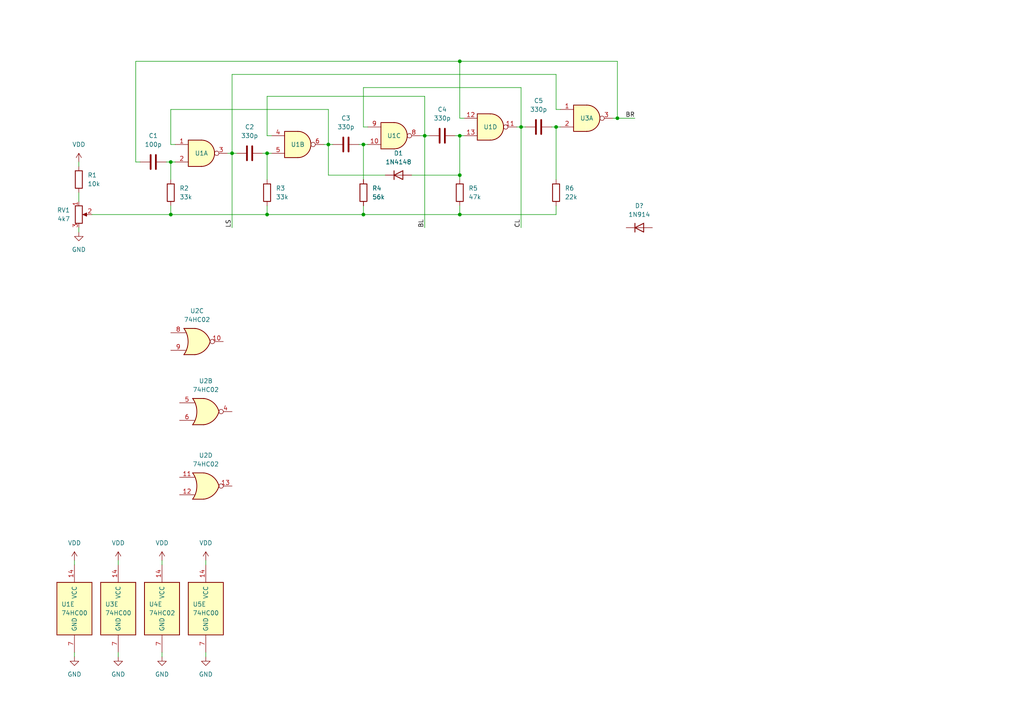
<source format=kicad_sch>
(kicad_sch (version 20211123) (generator eeschema)
  (paper "A4")
  (title_block (title "Video Ball") (rev "V1"))
  (lib_symbols
    (symbol "74xx:74HC00" (pin_names (offset 1.016))
      (property "Reference" "U" (at 0 1.27 0))
      (property "Value" "74HC00" (at 0 -1.27 0))
      (symbol "74HC00_1_1"
        (arc (start 0 -3.81) (mid 3.81 0) (end 0 3.81) (stroke (width 0.254)) (fill (type background)))
        (polyline (pts (xy 0 3.81) (xy -3.81 3.81) (xy -3.81 -3.81) (xy 0 -3.81)) (stroke (width 0.254)) (fill (type background)))
        (pin input line (at -7.62 2.54 0) (length 3.81) (name "~") (number "1"))
        (pin input line (at -7.62 -2.54 0) (length 3.81) (name "~") (number "2"))
        (pin output inverted (at 7.62 0 180) (length 3.81) (name "~") (number "3"))
      )
      (symbol "74HC00_1_2"
        (arc (start -3.81 -3.81) (mid -2.589 0) (end -3.81 3.81) (stroke (width 0.254)))
        (arc (start -0.6096 -3.81) (mid 2.1842 -2.5851) (end 3.81 0) (stroke (width 0.254)) (fill (type background)))
        (polyline (pts (xy -3.81 -3.81) (xy -0.635 -3.81)) (stroke (width 0.254)) (fill (type background)))
        (polyline (pts (xy -3.81 3.81) (xy -0.635 3.81)) (stroke (width 0.254)) (fill (type background)))
        (polyline (pts (xy -0.635 3.81) (xy -3.81 3.81) (xy -3.81 3.81) (xy -3.556 3.4036) (xy -3.0226 2.2606) (xy -2.6924 1.0414) (xy -2.6162 -0.254) (xy -2.7686 -1.4986) (xy -3.175 -2.7178) (xy -3.81 -3.81) (xy -3.81 -3.81) (xy -0.635 -3.81)) (stroke (width -25.4)) (fill (type background)))
        (arc (start 3.81 0) (mid 2.1915 2.5936) (end -0.6096 3.81) (stroke (width 0.254)) (fill (type background)))
        (pin input inverted (at -7.62 2.54 0) (length 4.318) (name "~") (number "1"))
        (pin input inverted (at -7.62 -2.54 0) (length 4.318) (name "~") (number "2"))
        (pin output line (at 7.62 0 180) (length 3.81) (name "~") (number "3"))
      )
      (symbol "74HC00_2_1"
        (arc (start 0 -3.81) (mid 3.81 0) (end 0 3.81) (stroke (width 0.254)) (fill (type background)))
        (polyline (pts (xy 0 3.81) (xy -3.81 3.81) (xy -3.81 -3.81) (xy 0 -3.81)) (stroke (width 0.254)) (fill (type background)))
        (pin input line (at -7.62 2.54 0) (length 3.81) (name "~") (number "4"))
        (pin input line (at -7.62 -2.54 0) (length 3.81) (name "~") (number "5"))
        (pin output inverted (at 7.62 0 180) (length 3.81) (name "~") (number "6"))
      )
      (symbol "74HC00_2_2"
        (arc (start -3.81 -3.81) (mid -2.589 0) (end -3.81 3.81) (stroke (width 0.254)))
        (arc (start -0.6096 -3.81) (mid 2.1842 -2.5851) (end 3.81 0) (stroke (width 0.254)) (fill (type background)))
        (polyline (pts (xy -3.81 -3.81) (xy -0.635 -3.81)) (stroke (width 0.254)) (fill (type background)))
        (polyline (pts (xy -3.81 3.81) (xy -0.635 3.81)) (stroke (width 0.254)) (fill (type background)))
        (polyline (pts (xy -0.635 3.81) (xy -3.81 3.81) (xy -3.81 3.81) (xy -3.556 3.4036) (xy -3.0226 2.2606) (xy -2.6924 1.0414) (xy -2.6162 -0.254) (xy -2.7686 -1.4986) (xy -3.175 -2.7178) (xy -3.81 -3.81) (xy -3.81 -3.81) (xy -0.635 -3.81)) (stroke (width -25.4)) (fill (type background)))
        (arc (start 3.81 0) (mid 2.1915 2.5936) (end -0.6096 3.81) (stroke (width 0.254)) (fill (type background)))
        (pin input inverted (at -7.62 2.54 0) (length 4.318) (name "~") (number "4"))
        (pin input inverted (at -7.62 -2.54 0) (length 4.318) (name "~") (number "5"))
        (pin output line (at 7.62 0 180) (length 3.81) (name "~") (number "6"))
      )
      (symbol "74HC00_3_1"
        (arc (start 0 -3.81) (mid 3.81 0) (end 0 3.81) (stroke (width 0.254)) (fill (type background)))
        (polyline (pts (xy 0 3.81) (xy -3.81 3.81) (xy -3.81 -3.81) (xy 0 -3.81)) (stroke (width 0.254)) (fill (type background)))
        (pin input line (at -7.62 -2.54 0) (length 3.81) (name "~") (number "10"))
        (pin output inverted (at 7.62 0 180) (length 3.81) (name "~") (number "8"))
        (pin input line (at -7.62 2.54 0) (length 3.81) (name "~") (number "9"))
      )
      (symbol "74HC00_3_2"
        (arc (start -3.81 -3.81) (mid -2.589 0) (end -3.81 3.81) (stroke (width 0.254)))
        (arc (start -0.6096 -3.81) (mid 2.1842 -2.5851) (end 3.81 0) (stroke (width 0.254)) (fill (type background)))
        (polyline (pts (xy -3.81 -3.81) (xy -0.635 -3.81)) (stroke (width 0.254)) (fill (type background)))
        (polyline (pts (xy -3.81 3.81) (xy -0.635 3.81)) (stroke (width 0.254)) (fill (type background)))
        (polyline (pts (xy -0.635 3.81) (xy -3.81 3.81) (xy -3.81 3.81) (xy -3.556 3.4036) (xy -3.0226 2.2606) (xy -2.6924 1.0414) (xy -2.6162 -0.254) (xy -2.7686 -1.4986) (xy -3.175 -2.7178) (xy -3.81 -3.81) (xy -3.81 -3.81) (xy -0.635 -3.81)) (stroke (width -25.4)) (fill (type background)))
        (arc (start 3.81 0) (mid 2.1915 2.5936) (end -0.6096 3.81) (stroke (width 0.254)) (fill (type background)))
        (pin input inverted (at -7.62 -2.54 0) (length 4.318) (name "~") (number "10"))
        (pin output line (at 7.62 0 180) (length 3.81) (name "~") (number "8"))
        (pin input inverted (at -7.62 2.54 0) (length 4.318) (name "~") (number "9"))
      )
      (symbol "74HC00_4_1"
        (arc (start 0 -3.81) (mid 3.81 0) (end 0 3.81) (stroke (width 0.254)) (fill (type background)))
        (polyline (pts (xy 0 3.81) (xy -3.81 3.81) (xy -3.81 -3.81) (xy 0 -3.81)) (stroke (width 0.254)) (fill (type background)))
        (pin output inverted (at 7.62 0 180) (length 3.81) (name "~") (number "11"))
        (pin input line (at -7.62 2.54 0) (length 3.81) (name "~") (number "12"))
        (pin input line (at -7.62 -2.54 0) (length 3.81) (name "~") (number "13"))
      )
      (symbol "74HC00_4_2"
        (arc (start -3.81 -3.81) (mid -2.589 0) (end -3.81 3.81) (stroke (width 0.254)))
        (arc (start -0.6096 -3.81) (mid 2.1842 -2.5851) (end 3.81 0) (stroke (width 0.254)) (fill (type background)))
        (polyline (pts (xy -3.81 -3.81) (xy -0.635 -3.81)) (stroke (width 0.254)) (fill (type background)))
        (polyline (pts (xy -3.81 3.81) (xy -0.635 3.81)) (stroke (width 0.254)) (fill (type background)))
        (polyline (pts (xy -0.635 3.81) (xy -3.81 3.81) (xy -3.81 3.81) (xy -3.556 3.4036) (xy -3.0226 2.2606) (xy -2.6924 1.0414) (xy -2.6162 -0.254) (xy -2.7686 -1.4986) (xy -3.175 -2.7178) (xy -3.81 -3.81) (xy -3.81 -3.81) (xy -0.635 -3.81)) (stroke (width -25.4)) (fill (type background)))
        (arc (start 3.81 0) (mid 2.1915 2.5936) (end -0.6096 3.81) (stroke (width 0.254)) (fill (type background)))
        (pin output line (at 7.62 0 180) (length 3.81) (name "~") (number "11"))
        (pin input inverted (at -7.62 2.54 0) (length 4.318) (name "~") (number "12"))
        (pin input inverted (at -7.62 -2.54 0) (length 4.318) (name "~") (number "13"))
      )
      (symbol "74HC00_5_0"
        (pin power_in line (at 0 12.7 270) (length 5.08) (name "VCC") (number "14"))
        (pin power_in line (at 0 -12.7 90) (length 5.08) (name "GND") (number "7"))
      )
      (symbol "74HC00_5_1"
        (rectangle (start -5.08 7.62) (end 5.08 -7.62) (stroke (width 0.254)) (fill (type background)))
      )
    )
    (symbol "74xx:74HC02" (pin_names (offset 1.016))
      (property "Reference" "U" (at 0 1.27 0))
      (property "Value" "74HC02" (at 0 -1.27 0))
      (symbol "74HC02_1_1"
        (arc (start -3.81 -3.81) (mid -2.589 0) (end -3.81 3.81) (stroke (width 0.254)))
        (arc (start -0.6096 -3.81) (mid 2.1842 -2.5851) (end 3.81 0) (stroke (width 0.254)) (fill (type background)))
        (polyline (pts (xy -3.81 -3.81) (xy -0.635 -3.81)) (stroke (width 0.254)) (fill (type background)))
        (polyline (pts (xy -3.81 3.81) (xy -0.635 3.81)) (stroke (width 0.254)) (fill (type background)))
        (polyline (pts (xy -0.635 3.81) (xy -3.81 3.81) (xy -3.81 3.81) (xy -3.556 3.4036) (xy -3.0226 2.2606) (xy -2.6924 1.0414) (xy -2.6162 -0.254) (xy -2.7686 -1.4986) (xy -3.175 -2.7178) (xy -3.81 -3.81) (xy -3.81 -3.81) (xy -0.635 -3.81)) (stroke (width -25.4)) (fill (type background)))
        (arc (start 3.81 0) (mid 2.1915 2.5936) (end -0.6096 3.81) (stroke (width 0.254)) (fill (type background)))
        (pin output inverted (at 7.62 0 180) (length 3.81) (name "~") (number "1"))
        (pin input line (at -7.62 2.54 0) (length 4.318) (name "~") (number "2"))
        (pin input line (at -7.62 -2.54 0) (length 4.318) (name "~") (number "3"))
      )
      (symbol "74HC02_1_2"
        (arc (start 0 -3.81) (mid 3.81 0) (end 0 3.81) (stroke (width 0.254)) (fill (type background)))
        (polyline (pts (xy 0 3.81) (xy -3.81 3.81) (xy -3.81 -3.81) (xy 0 -3.81)) (stroke (width 0.254)) (fill (type background)))
        (pin output line (at 7.62 0 180) (length 3.81) (name "~") (number "1"))
        (pin input inverted (at -7.62 2.54 0) (length 3.81) (name "~") (number "2"))
        (pin input inverted (at -7.62 -2.54 0) (length 3.81) (name "~") (number "3"))
      )
      (symbol "74HC02_2_1"
        (arc (start -3.81 -3.81) (mid -2.589 0) (end -3.81 3.81) (stroke (width 0.254)))
        (arc (start -0.6096 -3.81) (mid 2.1842 -2.5851) (end 3.81 0) (stroke (width 0.254)) (fill (type background)))
        (polyline (pts (xy -3.81 -3.81) (xy -0.635 -3.81)) (stroke (width 0.254)) (fill (type background)))
        (polyline (pts (xy -3.81 3.81) (xy -0.635 3.81)) (stroke (width 0.254)) (fill (type background)))
        (polyline (pts (xy -0.635 3.81) (xy -3.81 3.81) (xy -3.81 3.81) (xy -3.556 3.4036) (xy -3.0226 2.2606) (xy -2.6924 1.0414) (xy -2.6162 -0.254) (xy -2.7686 -1.4986) (xy -3.175 -2.7178) (xy -3.81 -3.81) (xy -3.81 -3.81) (xy -0.635 -3.81)) (stroke (width -25.4)) (fill (type background)))
        (arc (start 3.81 0) (mid 2.1915 2.5936) (end -0.6096 3.81) (stroke (width 0.254)) (fill (type background)))
        (pin output inverted (at 7.62 0 180) (length 3.81) (name "~") (number "4"))
        (pin input line (at -7.62 2.54 0) (length 4.318) (name "~") (number "5"))
        (pin input line (at -7.62 -2.54 0) (length 4.318) (name "~") (number "6"))
      )
      (symbol "74HC02_2_2"
        (arc (start 0 -3.81) (mid 3.81 0) (end 0 3.81) (stroke (width 0.254)) (fill (type background)))
        (polyline (pts (xy 0 3.81) (xy -3.81 3.81) (xy -3.81 -3.81) (xy 0 -3.81)) (stroke (width 0.254)) (fill (type background)))
        (pin output line (at 7.62 0 180) (length 3.81) (name "~") (number "4"))
        (pin input inverted (at -7.62 2.54 0) (length 3.81) (name "~") (number "5"))
        (pin input inverted (at -7.62 -2.54 0) (length 3.81) (name "~") (number "6"))
      )
      (symbol "74HC02_3_1"
        (arc (start -3.81 -3.81) (mid -2.589 0) (end -3.81 3.81) (stroke (width 0.254)))
        (arc (start -0.6096 -3.81) (mid 2.1842 -2.5851) (end 3.81 0) (stroke (width 0.254)) (fill (type background)))
        (polyline (pts (xy -3.81 -3.81) (xy -0.635 -3.81)) (stroke (width 0.254)) (fill (type background)))
        (polyline (pts (xy -3.81 3.81) (xy -0.635 3.81)) (stroke (width 0.254)) (fill (type background)))
        (polyline (pts (xy -0.635 3.81) (xy -3.81 3.81) (xy -3.81 3.81) (xy -3.556 3.4036) (xy -3.0226 2.2606) (xy -2.6924 1.0414) (xy -2.6162 -0.254) (xy -2.7686 -1.4986) (xy -3.175 -2.7178) (xy -3.81 -3.81) (xy -3.81 -3.81) (xy -0.635 -3.81)) (stroke (width -25.4)) (fill (type background)))
        (arc (start 3.81 0) (mid 2.1915 2.5936) (end -0.6096 3.81) (stroke (width 0.254)) (fill (type background)))
        (pin output inverted (at 7.62 0 180) (length 3.81) (name "~") (number "10"))
        (pin input line (at -7.62 2.54 0) (length 4.318) (name "~") (number "8"))
        (pin input line (at -7.62 -2.54 0) (length 4.318) (name "~") (number "9"))
      )
      (symbol "74HC02_3_2"
        (arc (start 0 -3.81) (mid 3.81 0) (end 0 3.81) (stroke (width 0.254)) (fill (type background)))
        (polyline (pts (xy 0 3.81) (xy -3.81 3.81) (xy -3.81 -3.81) (xy 0 -3.81)) (stroke (width 0.254)) (fill (type background)))
        (pin output line (at 7.62 0 180) (length 3.81) (name "~") (number "10"))
        (pin input inverted (at -7.62 2.54 0) (length 3.81) (name "~") (number "8"))
        (pin input inverted (at -7.62 -2.54 0) (length 3.81) (name "~") (number "9"))
      )
      (symbol "74HC02_4_1"
        (arc (start -3.81 -3.81) (mid -2.589 0) (end -3.81 3.81) (stroke (width 0.254)))
        (arc (start -0.6096 -3.81) (mid 2.1842 -2.5851) (end 3.81 0) (stroke (width 0.254)) (fill (type background)))
        (polyline (pts (xy -3.81 -3.81) (xy -0.635 -3.81)) (stroke (width 0.254)) (fill (type background)))
        (polyline (pts (xy -3.81 3.81) (xy -0.635 3.81)) (stroke (width 0.254)) (fill (type background)))
        (polyline (pts (xy -0.635 3.81) (xy -3.81 3.81) (xy -3.81 3.81) (xy -3.556 3.4036) (xy -3.0226 2.2606) (xy -2.6924 1.0414) (xy -2.6162 -0.254) (xy -2.7686 -1.4986) (xy -3.175 -2.7178) (xy -3.81 -3.81) (xy -3.81 -3.81) (xy -0.635 -3.81)) (stroke (width -25.4)) (fill (type background)))
        (arc (start 3.81 0) (mid 2.1915 2.5936) (end -0.6096 3.81) (stroke (width 0.254)) (fill (type background)))
        (pin input line (at -7.62 2.54 0) (length 4.318) (name "~") (number "11"))
        (pin input line (at -7.62 -2.54 0) (length 4.318) (name "~") (number "12"))
        (pin output inverted (at 7.62 0 180) (length 3.81) (name "~") (number "13"))
      )
      (symbol "74HC02_4_2"
        (arc (start 0 -3.81) (mid 3.81 0) (end 0 3.81) (stroke (width 0.254)) (fill (type background)))
        (polyline (pts (xy 0 3.81) (xy -3.81 3.81) (xy -3.81 -3.81) (xy 0 -3.81)) (stroke (width 0.254)) (fill (type background)))
        (pin input inverted (at -7.62 2.54 0) (length 3.81) (name "~") (number "11"))
        (pin input inverted (at -7.62 -2.54 0) (length 3.81) (name "~") (number "12"))
        (pin output line (at 7.62 0 180) (length 3.81) (name "~") (number "13"))
      )
      (symbol "74HC02_5_0"
        (pin power_in line (at 0 12.7 270) (length 5.08) (name "VCC") (number "14"))
        (pin power_in line (at 0 -12.7 90) (length 5.08) (name "GND") (number "7"))
      )
      (symbol "74HC02_5_1"
        (rectangle (start -5.08 7.62) (end 5.08 -7.62) (stroke (width 0.254)) (fill (type background)))
      )
    )
    (symbol "Device:C" (pin_numbers hide) (pin_names (offset 0.254))
      (property "Reference" "C" (at 0.635 2.54 0))
      (property "Value" "C" (at 0.635 -2.54 0))
      (symbol "C_0_1"
        (polyline (pts (xy -2.032 -0.762) (xy 2.032 -0.762)) (stroke (width 0.508)))
        (polyline (pts (xy -2.032 0.762) (xy 2.032 0.762)) (stroke (width 0.508)))
      )
      (symbol "C_1_1"
        (pin passive line (at 0 3.81 270) (length 2.794) (name "~") (number "1"))
        (pin passive line (at 0 -3.81 90) (length 2.794) (name "~") (number "2"))
      )
    )
    (symbol "Device:Q_NPN_BCE" (pin_names (offset 0) hide)
      (property "Reference" "Q" (at 5.08 1.27 0))
      (property "Value" "Q_NPN_BCE" (at 5.08 -1.27 0))
      (symbol "Q_NPN_BCE_0_1"
        (polyline (pts (xy 0.635 0.635) (xy 2.54 2.54)))
        (polyline (pts (xy 0.635 -0.635) (xy 2.54 -2.54) (xy 2.54 -2.54)))
        (polyline (pts (xy 0.635 1.905) (xy 0.635 -1.905) (xy 0.635 -1.905)) (stroke (width 0.508)))
        (polyline (pts (xy 1.27 -1.778) (xy 1.778 -1.27) (xy 2.286 -2.286) (xy 1.27 -1.778) (xy 1.27 -1.778)) (fill (type outline)))
        (circle (center 1.27 0) (radius 2.8194) (stroke (width 0.254)))
      )
      (symbol "Q_NPN_BCE_1_1"
        (pin input line (at -5.08 0 0) (length 5.715) (name "B") (number "1"))
        (pin passive line (at 2.54 5.08 270) (length 2.54) (name "C") (number "2"))
        (pin passive line (at 2.54 -5.08 90) (length 2.54) (name "E") (number "3"))
      )
    )
    (symbol "Device:R" (pin_numbers hide) (pin_names (offset 0))
      (property "Reference" "R" (at 2.032 0 90))
      (property "Value" "R" (at 0 0 90))
      (symbol "R_0_1"
        (rectangle (start -1.016 -2.54) (end 1.016 2.54) (stroke (width 0.254)))
      )
      (symbol "R_1_1"
        (pin passive line (at 0 3.81 270) (length 1.27) (name "~") (number "1"))
        (pin passive line (at 0 -3.81 90) (length 1.27) (name "~") (number "2"))
      )
    )
    (symbol "Device:R_Potentiometer" (pin_names (offset 1.016) hide)
      (property "Reference" "RV" (at -4.445 0 90))
      (property "Value" "R_Potentiometer" (at -2.54 0 90))
      (symbol "R_Potentiometer_0_1"
        (polyline (pts (xy 2.54 0) (xy 1.524 0)))
        (polyline (pts (xy 1.143 0) (xy 2.286 0.508) (xy 2.286 -0.508) (xy 1.143 0)) (fill (type outline)))
        (rectangle (start 1.016 2.54) (end -1.016 -2.54) (stroke (width 0.254)))
      )
      (symbol "R_Potentiometer_1_1"
        (pin passive line (at 0 3.81 270) (length 1.27) (name "1") (number "1"))
        (pin passive line (at 3.81 0 180) (length 1.27) (name "2") (number "2"))
        (pin passive line (at 0 -3.81 90) (length 1.27) (name "3") (number "3"))
      )
    )
    (symbol "Diode:1N4148" (pin_numbers hide) (pin_names (offset 1.016) hide)
      (property "Reference" "D" (at 0 2.54 0))
      (property "Value" "1N4148" (at 0 -2.54 0))
      (symbol "1N4148_0_1"
        (polyline (pts (xy -1.27 1.27) (xy -1.27 -1.27)) (stroke (width 0.254)))
        (polyline (pts (xy 1.27 0) (xy -1.27 0)))
        (polyline (pts (xy 1.27 1.27) (xy 1.27 -1.27) (xy -1.27 0) (xy 1.27 1.27)) (stroke (width 0.254)))
      )
      (symbol "1N4148_1_1"
        (pin passive line (at -3.81 0 0) (length 2.54) (name "K") (number "1"))
        (pin passive line (at 3.81 0 180) (length 2.54) (name "A") (number "2"))
      )
    )
    (symbol "Diode:1N914" (pin_numbers hide) (pin_names (offset 1.016) hide)
      (property "Reference" "D" (at 0 2.54 0))
      (property "Value" "1N914" (at 0 -2.54 0))
      (symbol "1N914_0_1"
        (polyline (pts (xy -1.27 1.27) (xy -1.27 -1.27)) (stroke (width 0.254)))
        (polyline (pts (xy 1.27 0) (xy -1.27 0)))
        (polyline (pts (xy 1.27 1.27) (xy 1.27 -1.27) (xy -1.27 0) (xy 1.27 1.27)) (stroke (width 0.254)))
      )
      (symbol "1N914_1_1"
        (pin passive line (at -3.81 0 0) (length 2.54) (name "K") (number "1"))
        (pin passive line (at 3.81 0 180) (length 2.54) (name "A") (number "2"))
      )
    )
    (symbol "power:GND" (power) (pin_names (offset 0))
      (property "Value" "GND" (at 0 -3.81 0))
      (symbol "GND_0_1"
        (polyline (pts (xy 0 0) (xy 0 -1.27) (xy 1.27 -1.27) (xy 0 -2.54) (xy -1.27 -1.27) (xy 0 -1.27)))
      )
      (symbol "GND_1_1"
        (pin power_in line (at 0 0 270) (length 0) hide (name "GND") (number "1"))
      )
    )
    (symbol "power:VDD" (power) (pin_names (offset 0))
      (property "Value" "VDD" (at 0 3.81 0))
      (symbol "VDD_0_1"
        (polyline (pts (xy -0.762 1.27) (xy 0 2.54)))
        (polyline (pts (xy 0 0) (xy 0 2.54)))
        (polyline (pts (xy 0 2.54) (xy 0.762 1.27)))
      )
      (symbol "VDD_1_1"
        (pin power_in line (at 0 0 90) (length 0) hide (name "VDD") (number "1"))
      )
    )
  )
  (junction (at 379.73 144.78))
  (junction (at 444.5 99.06))
  (junction (at 151.13 36.83))
  (junction (at 364.49 144.78))
  (junction (at 77.47 62.23))
  (junction (at 105.41 62.23))
  (junction (at 407.67 109.22))
  (junction (at 364.49 158.75))
  (junction (at 346.71 191.77))
  (junction (at 417.83 129.54))
  (junction (at 179.07 34.29))
  (junction (at 462.28 52.07))
  (junction (at 49.53 46.99))
  (junction (at 444.5 49.53))
  (junction (at 364.49 191.77))
  (junction (at 133.35 62.23))
  (junction (at 374.65 64.77))
  (junction (at 123.19 39.37))
  (junction (at 95.25 41.91))
  (junction (at 425.45 38.1))
  (junction (at 105.41 41.91))
  (junction (at 398.78 158.75))
  (junction (at 407.67 88.9))
  (junction (at 462.28 88.9))
  (junction (at 407.67 67.31))
  (junction (at 161.29 36.83))
  (junction (at 398.78 119.38))
  (junction (at 133.35 39.37))
  (junction (at 462.28 81.28))
  (junction (at 133.35 50.8))
  (junction (at 464.82 66.04))
  (junction (at 133.35 17.78))
  (junction (at 421.64 172.72))
  (junction (at 77.47 44.45))
  (junction (at 364.49 86.36))
  (junction (at 374.65 86.36))
  (junction (at 67.31 44.45))
  (junction (at 49.53 62.23))
  (junction (at 417.83 119.38))
  (junction (at 364.49 111.76))
  (wire (pts (xy 105.41 62.23) (xy 105.41 59.69)))
  (wire (pts (xy 421.64 181.61) (xy 421.64 182.88)))
  (wire (pts (xy 379.73 170.18) (xy 394.97 170.18)))
  (wire (pts (xy 397.51 147.32) (xy 400.05 147.32)))
  (wire (pts (xy 161.29 21.59) (xy 161.29 31.75)))
  (wire (pts (xy 421.64 172.72) (xy 444.5 172.72)))
  (wire (pts (xy 462.28 52.07) (xy 462.28 58.42)))
  (wire (pts (xy 444.5 78.74) (xy 444.5 76.2)))
  (wire (pts (xy 34.29 162.56) (xy 34.29 163.83)))
  (wire (pts (xy 407.67 107.95) (xy 407.67 109.22)))
  (wire (pts (xy 77.47 27.94) (xy 123.19 27.94)))
  (wire (pts (xy 133.35 62.23) (xy 161.29 62.23)))
  (wire (pts (xy 22.86 46.99) (xy 22.86 48.26)))
  (wire (pts (xy 379.73 144.78) (xy 382.27 144.78)))
  (wire (pts (xy 397.51 142.24) (xy 400.05 142.24)))
  (wire (pts (xy 414.02 38.1) (xy 415.29 38.1)))
  (wire (pts (xy 133.35 62.23) (xy 133.35 59.69)))
  (wire (pts (xy 410.21 172.72) (xy 411.48 172.72)))
  (wire (pts (xy 161.29 52.07) (xy 161.29 36.83)))
  (wire (pts (xy 77.47 39.37) (xy 77.47 27.94)))
  (wire (pts (xy 416.56 134.62) (xy 417.83 134.62)))
  (wire (pts (xy 59.69 189.23) (xy 59.69 190.5)))
  (wire (pts (xy 67.31 44.45) (xy 68.58 44.45)))
  (wire (pts (xy 398.78 156.21) (xy 398.78 158.75)))
  (wire (pts (xy 78.74 39.37) (xy 77.47 39.37)))
  (wire (pts (xy 444.5 68.58) (xy 444.5 71.12)))
  (wire (pts (xy 422.91 38.1) (xy 425.45 38.1)))
  (wire (pts (xy 419.1 172.72) (xy 421.64 172.72)))
  (wire (pts (xy 77.47 44.45) (xy 78.74 44.45)))
  (wire (pts (xy 179.07 17.78) (xy 133.35 17.78)))
  (wire (pts (xy 67.31 44.45) (xy 67.31 66.04)))
  (wire (pts (xy 444.5 58.42) (xy 444.5 63.5)))
  (wire (pts (xy 407.67 78.74) (xy 407.67 80.01)))
  (wire (pts (xy 364.49 111.76) (xy 365.76 111.76)))
  (wire (pts (xy 95.25 41.91) (xy 96.52 41.91)))
  (wire (pts (xy 177.8 34.29) (xy 179.07 34.29)))
  (wire (pts (xy 95.25 50.8) (xy 111.76 50.8)))
  (wire (pts (xy 417.83 129.54) (xy 416.56 129.54)))
  (wire (pts (xy 417.83 128.27) (xy 417.83 129.54)))
  (wire (pts (xy 21.59 162.56) (xy 21.59 163.83)))
  (wire (pts (xy 398.78 40.64) (xy 379.73 40.64)))
  (wire (pts (xy 407.67 87.63) (xy 407.67 88.9)))
  (wire (pts (xy 464.82 76.2) (xy 464.82 66.04)))
  (wire (pts (xy 398.78 161.29) (xy 397.51 161.29)))
  (wire (pts (xy 407.67 66.04) (xy 407.67 67.31)))
  (wire (pts (xy 425.45 27.94) (xy 425.45 29.21)))
  (wire (pts (xy 397.51 114.3) (xy 398.78 114.3)))
  (wire (pts (xy 421.64 67.31) (xy 425.45 67.31)))
  (wire (pts (xy 364.49 144.78) (xy 364.49 158.75)))
  (wire (pts (xy 461.01 96.52) (xy 462.28 96.52)))
  (wire (pts (xy 364.49 204.47) (xy 364.49 205.74)))
  (wire (pts (xy 397.51 156.21) (xy 398.78 156.21)))
  (wire (pts (xy 364.49 111.76) (xy 364.49 144.78)))
  (wire (pts (xy 425.45 46.99) (xy 425.45 48.26)))
  (wire (pts (xy 119.38 50.8) (xy 133.35 50.8)))
  (wire (pts (xy 132.08 39.37) (xy 133.35 39.37)))
  (wire (pts (xy 123.19 39.37) (xy 124.46 39.37)))
  (wire (pts (xy 421.64 171.45) (xy 421.64 172.72)))
  (wire (pts (xy 398.78 132.08) (xy 401.32 132.08)))
  (wire (pts (xy 373.38 86.36) (xy 374.65 86.36)))
  (wire (pts (xy 407.67 99.06) (xy 407.67 100.33)))
  (wire (pts (xy 151.13 25.4) (xy 151.13 36.83)))
  (wire (pts (xy 365.76 144.78) (xy 364.49 144.78)))
  (wire (pts (xy 39.37 46.99) (xy 40.64 46.99)))
  (wire (pts (xy 462.28 81.28) (xy 468.63 81.28)))
  (wire (pts (xy 417.83 119.38) (xy 417.83 120.65)))
  (wire (pts (xy 425.45 38.1) (xy 425.45 39.37)))
  (wire (pts (xy 444.5 83.82) (xy 444.5 88.9)))
  (wire (pts (xy 105.41 62.23) (xy 133.35 62.23)))
  (wire (pts (xy 438.15 119.38) (xy 417.83 119.38)))
  (wire (pts (xy 346.71 191.77) (xy 346.71 193.04)))
  (wire (pts (xy 425.45 38.1) (xy 444.5 38.1)))
  (wire (pts (xy 364.49 158.75) (xy 364.49 175.26)))
  (wire (pts (xy 421.64 162.56) (xy 421.64 163.83)))
  (wire (pts (xy 161.29 36.83) (xy 160.02 36.83)))
  (wire (pts (xy 39.37 17.78) (xy 39.37 46.99)))
  (wire (pts (xy 364.49 64.77) (xy 364.49 86.36)))
  (wire (pts (xy 77.47 44.45) (xy 77.47 52.07)))
  (wire (pts (xy 59.69 162.56) (xy 59.69 163.83)))
  (wire (pts (xy 34.29 189.23) (xy 34.29 190.5)))
  (wire (pts (xy 22.86 55.88) (xy 22.86 58.42)))
  (wire (pts (xy 397.51 67.31) (xy 407.67 67.31)))
  (wire (pts (xy 462.28 58.42) (xy 444.5 58.42)))
  (wire (pts (xy 364.49 182.88) (xy 364.49 191.77)))
  (wire (pts (xy 77.47 62.23) (xy 77.47 59.69)))
  (wire (pts (xy 411.48 119.38) (xy 417.83 119.38)))
  (wire (pts (xy 397.51 83.82) (xy 401.32 83.82)))
  (wire (pts (xy 121.92 39.37) (xy 123.19 39.37)))
  (wire (pts (xy 346.71 191.77) (xy 346.71 190.5)))
  (wire (pts (xy 364.49 158.75) (xy 365.76 158.75)))
  (wire (pts (xy 407.67 109.22) (xy 414.02 109.22)))
  (wire (pts (xy 105.41 41.91) (xy 106.68 41.91)))
  (wire (pts (xy 133.35 39.37) (xy 134.62 39.37)))
  (wire (pts (xy 49.53 46.99) (xy 50.8 46.99)))
  (wire (pts (xy 374.65 35.56) (xy 374.65 64.77)))
  (wire (pts (xy 123.19 27.94) (xy 123.19 39.37)))
  (wire (pts (xy 445.77 49.53) (xy 444.5 49.53)))
  (wire (pts (xy 151.13 36.83) (xy 152.4 36.83)))
  (wire (pts (xy 394.97 175.26) (xy 374.65 175.26)))
  (wire (pts (xy 379.73 40.64) (xy 379.73 144.78)))
  (wire (pts (xy 444.5 54.61) (xy 445.77 54.61)))
  (wire (pts (xy 374.65 175.26) (xy 374.65 86.36)))
  (wire (pts (xy 444.5 99.06) (xy 445.77 99.06)))
  (wire (pts (xy 462.28 52.07) (xy 468.63 52.07)))
  (wire (pts (xy 105.41 25.4) (xy 151.13 25.4)))
  (wire (pts (xy 179.07 34.29) (xy 179.07 17.78)))
  (wire (pts (xy 95.25 31.75) (xy 49.53 31.75)))
  (wire (pts (xy 444.5 71.12) (xy 462.28 71.12)))
  (wire (pts (xy 133.35 17.78) (xy 133.35 34.29)))
  (wire (pts (xy 445.77 93.98) (xy 444.5 93.98)))
  (wire (pts (xy 76.2 44.45) (xy 77.47 44.45)))
  (wire (pts (xy 445.77 78.74) (xy 444.5 78.74)))
  (wire (pts (xy 95.25 41.91) (xy 95.25 50.8)))
  (wire (pts (xy 364.49 86.36) (xy 365.76 86.36)))
  (wire (pts (xy 373.38 64.77) (xy 374.65 64.77)))
  (wire (pts (xy 417.83 129.54) (xy 417.83 134.62)))
  (wire (pts (xy 421.64 88.9) (xy 425.45 88.9)))
  (wire (pts (xy 26.67 62.23) (xy 49.53 62.23)))
  (wire (pts (xy 49.53 59.69) (xy 49.53 62.23)))
  (wire (pts (xy 161.29 59.69) (xy 161.29 62.23)))
  (wire (pts (xy 373.38 111.76) (xy 382.27 111.76)))
  (wire (pts (xy 462.28 88.9) (xy 468.63 88.9)))
  (wire (pts (xy 398.78 114.3) (xy 398.78 119.38)))
  (wire (pts (xy 364.49 86.36) (xy 364.49 111.76)))
  (wire (pts (xy 444.5 93.98) (xy 444.5 99.06)))
  (wire (pts (xy 22.86 66.04) (xy 22.86 67.31)))
  (wire (pts (xy 398.78 119.38) (xy 403.86 119.38)))
  (wire (pts (xy 444.5 49.53) (xy 444.5 54.61)))
  (wire (pts (xy 398.78 35.56) (xy 374.65 35.56)))
  (wire (pts (xy 444.5 83.82) (xy 445.77 83.82)))
  (wire (pts (xy 444.5 63.5) (xy 445.77 63.5)))
  (wire (pts (xy 397.51 88.9) (xy 407.67 88.9)))
  (wire (pts (xy 161.29 31.75) (xy 162.56 31.75)))
  (wire (pts (xy 134.62 34.29) (xy 133.35 34.29)))
  (wire (pts (xy 464.82 66.04) (xy 468.63 66.04)))
  (wire (pts (xy 95.25 41.91) (xy 95.25 31.75)))
  (wire (pts (xy 436.88 127) (xy 438.15 127)))
  (wire (pts (xy 48.26 46.99) (xy 49.53 46.99)))
  (wire (pts (xy 372.11 199.39) (xy 373.38 199.39)))
  (wire (pts (xy 445.77 68.58) (xy 444.5 68.58)))
  (wire (pts (xy 461.01 52.07) (xy 462.28 52.07)))
  (wire (pts (xy 407.67 67.31) (xy 414.02 67.31)))
  (wire (pts (xy 374.65 64.77) (xy 382.27 64.77)))
  (wire (pts (xy 67.31 21.59) (xy 161.29 21.59)))
  (wire (pts (xy 364.49 191.77) (xy 364.49 194.31)))
  (wire (pts (xy 421.64 172.72) (xy 421.64 173.99)))
  (wire (pts (xy 49.53 31.75) (xy 49.53 41.91)))
  (wire (pts (xy 425.45 36.83) (xy 425.45 38.1)))
  (wire (pts (xy 49.53 62.23) (xy 77.47 62.23)))
  (wire (pts (xy 133.35 39.37) (xy 133.35 50.8)))
  (wire (pts (xy 66.04 44.45) (xy 67.31 44.45)))
  (wire (pts (xy 444.5 99.06) (xy 444.5 172.72)))
  (wire (pts (xy 105.41 41.91) (xy 105.41 52.07)))
  (wire (pts (xy 365.76 64.77) (xy 364.49 64.77)))
  (wire (pts (xy 407.67 57.15) (xy 407.67 58.42)))
  (wire (pts (xy 133.35 50.8) (xy 133.35 52.07)))
  (wire (pts (xy 46.99 162.56) (xy 46.99 163.83)))
  (wire (pts (xy 436.88 132.08) (xy 441.96 132.08)))
  (wire (pts (xy 462.28 71.12) (xy 462.28 81.28)))
  (wire (pts (xy 133.35 17.78) (xy 39.37 17.78)))
  (wire (pts (xy 398.78 158.75) (xy 398.78 161.29)))
  (wire (pts (xy 462.28 81.28) (xy 461.01 81.28)))
  (wire (pts (xy 444.5 38.1) (xy 444.5 49.53)))
  (wire (pts (xy 397.51 62.23) (xy 401.32 62.23)))
  (wire (pts (xy 462.28 88.9) (xy 462.28 96.52)))
  (wire (pts (xy 398.78 119.38) (xy 398.78 132.08)))
  (wire (pts (xy 105.41 36.83) (xy 105.41 25.4)))
  (wire (pts (xy 46.99 189.23) (xy 46.99 190.5)))
  (wire (pts (xy 149.86 36.83) (xy 151.13 36.83)))
  (wire (pts (xy 407.67 88.9) (xy 414.02 88.9)))
  (wire (pts (xy 373.38 158.75) (xy 382.27 158.75)))
  (wire (pts (xy 444.5 88.9) (xy 462.28 88.9)))
  (wire (pts (xy 104.14 41.91) (xy 105.41 41.91)))
  (wire (pts (xy 381 199.39) (xy 382.27 199.39)))
  (wire (pts (xy 373.38 144.78) (xy 379.73 144.78)))
  (wire (pts (xy 417.83 129.54) (xy 421.64 129.54)))
  (wire (pts (xy 379.73 144.78) (xy 379.73 170.18)))
  (wire (pts (xy 364.49 191.77) (xy 346.71 191.77)))
  (wire (pts (xy 49.53 41.91) (xy 50.8 41.91)))
  (wire (pts (xy 21.59 189.23) (xy 21.59 190.5)))
  (wire (pts (xy 67.31 44.45) (xy 67.31 21.59)))
  (wire (pts (xy 374.65 86.36) (xy 382.27 86.36)))
  (wire (pts (xy 438.15 127) (xy 438.15 119.38)))
  (wire (pts (xy 161.29 36.83) (xy 162.56 36.83)))
  (wire (pts (xy 397.51 109.22) (xy 407.67 109.22)))
  (wire (pts (xy 49.53 46.99) (xy 49.53 52.07)))
  (wire (pts (xy 123.19 39.37) (xy 123.19 66.04)))
  (wire (pts (xy 179.07 34.29) (xy 184.15 34.29)))
  (wire (pts (xy 106.68 36.83) (xy 105.41 36.83)))
  (wire (pts (xy 421.64 109.22) (xy 425.45 109.22)))
  (wire (pts (xy 93.98 41.91) (xy 95.25 41.91)))
  (wire (pts (xy 151.13 36.83) (xy 151.13 66.04)))
  (wire (pts (xy 444.5 76.2) (xy 464.82 76.2)))
  (wire (pts (xy 77.47 62.23) (xy 105.41 62.23)))
  (wire (pts (xy 398.78 158.75) (xy 401.32 158.75)))
  (wire (pts (xy 461.01 66.04) (xy 464.82 66.04)))
  (label "BR" (at 184.15 34.29 180))
  (label "B" (at 401.32 83.82 180))
  (label "Bl" (at 425.45 67.31 180))
  (label "F" (at 468.63 52.07 180))
  (label "LS" (at 67.31 66.04 90))
  (label "C" (at 400.05 142.24 180))
  (label "CL" (at 151.13 66.04 90))
  (label "G" (at 468.63 66.04 180))
  (label "A" (at 401.32 62.23 180))
  (label "NH" (at 441.96 132.08 180))
  (label "BL" (at 123.19 66.04 90))
  (label "J" (at 468.63 88.9 180))
  (label "D" (at 400.05 147.32 180))
  (label "H" (at 468.63 81.28 180))
  (label "BR" (at 425.45 88.9 180))
  (label "CL" (at 425.45 109.22 180))
  (label "E" (at 401.32 158.75 180))
  (symbol (lib_id "power:GND") (at 364.49 205.74 0) (unit 1)
    (property "Reference" "#PWR0118" (effects hide))
    (property "Value" "GND" (at 364.49 210.82 0))
  )
  (symbol (lib_id "Diode:1N4148") (at 415.29 172.72 0) (unit 1)
    (property "Reference" "D7" (at 415.29 166.37 0))
    (property "Value" "1N4148" (at 415.29 168.91 0))
    (property "Footprint" "Diode_THT:D_DO-35_SOD27_P7.62mm_Horizontal" (effects hide))
    (property "Datasheet" "https://assets.nexperia.com/documents/data-sheet/1N4148_1N4448.pdf" (effects hide))
  )
  (symbol (lib_id "power:VDD") (at 407.67 99.06 0) (unit 1)
    (property "Reference" "#PWR0111" (effects hide))
    (property "Value" "VDD" (at 407.67 93.98 0))
  )
  (symbol (lib_id "Device:R") (at 407.67 104.14 0) (unit 1)
    (property "Reference" "R13" (at 410.21 102.8699 0) (effects (justify left)))
    (property "Value" "10k" (at 410.21 105.4099 0) (effects (justify left)))
  )
  (symbol (lib_id "power:GND") (at 34.29 190.5 0) (unit 1)
    (property "Reference" "#PWR0107" (effects hide))
    (property "Value" "GND" (at 34.29 195.58 0))
  )
  (symbol (lib_id "74xx:74HC00") (at 389.89 158.75 0) (mirror y) (unit 3)
    (property "Reference" "U7" (at 389.89 158.75 0))
    (property "Value" "74HC00" (effects hide))
    (property "Datasheet" "http://www.ti.com/lit/gpn/sn74hc00" (effects hide))
  )
  (symbol (lib_id "Device:C") (at 417.83 67.31 90) (unit 1)
    (property "Reference" "C7" (at 417.83 59.69 90))
    (property "Value" "100p" (at 417.83 62.23 90))
  )
  (symbol (lib_id "Diode:1N4148") (at 369.57 111.76 0) (unit 1)
    (property "Reference" "D4" (at 369.57 105.41 0))
    (property "Value" "1N4148" (at 369.57 107.95 0))
    (property "Footprint" "Diode_THT:D_DO-35_SOD27_P7.62mm_Horizontal" (effects hide))
    (property "Datasheet" "https://assets.nexperia.com/documents/data-sheet/1N4148_1N4448.pdf" (effects hide))
  )
  (symbol (lib_id "74xx:74HC02") (at 429.26 129.54 0) (mirror y) (unit 3)
    (property "Reference" "U6" (at 429.26 129.54 0))
    (property "Value" "74HC02" (effects hide))
    (property "Datasheet" "http://www.ti.com/lit/gpn/sn74hc02" (effects hide))
  )
  (symbol (lib_id "Device:C") (at 425.45 43.18 0) (unit 1)
    (property "Reference" "C11" (at 429.26 41.9099 0) (effects (justify left)))
    (property "Value" "4n7" (at 429.26 44.4499 0) (effects (justify left)))
  )
  (symbol (lib_id "74xx:74HC00") (at 114.3 39.37 0) (unit 3)
    (property "Reference" "U1" (at 114.3 39.37 0))
    (property "Value" "74HC00" (effects hide))
    (property "Footprint" "Package_DIP:DIP-14_W7.62mm_LongPads" (effects hide))
    (property "Datasheet" "http://www.ti.com/lit/gpn/sn74hc00" (effects hide))
  )
  (symbol (lib_id "Device:C") (at 156.21 36.83 90) (unit 1)
    (property "Reference" "C5" (at 156.21 29.21 90))
    (property "Value" "330p" (at 156.21 31.75 90))
  )
  (symbol (lib_id "74xx:74HC02") (at 389.89 86.36 0) (mirror y) (unit 2)
    (property "Reference" "U4" (at 389.89 86.36 0))
    (property "Value" "74HC02" (effects hide))
    (property "Datasheet" "http://www.ti.com/lit/gpn/sn74hc02" (effects hide))
  )
  (symbol (lib_id "Device:R") (at 377.19 199.39 90) (unit 1)
    (property "Reference" "R10" (at 377.19 193.04 90))
    (property "Value" "10k" (at 377.19 195.58 90))
  )
  (symbol (lib_id "74xx:74HC02") (at 389.89 64.77 0) (mirror y) (unit 1)
    (property "Reference" "U4" (at 389.89 64.77 0))
    (property "Value" "74HC02" (effects hide))
    (property "Datasheet" "http://www.ti.com/lit/gpn/sn74hc02" (effects hide))
  )
  (symbol (lib_id "74xx:74HC00") (at 406.4 38.1 0) (unit 4)
    (property "Reference" "U3" (at 406.4 38.1 0))
    (property "Value" "74HC00" (effects hide))
    (property "Datasheet" "http://www.ti.com/lit/gpn/sn74hc00" (effects hide))
  )
  (symbol (lib_id "74xx:74HC00") (at 453.39 66.04 0) (unit 3)
    (property "Reference" "U5" (at 453.39 66.04 0))
    (property "Value" "74HC00" (effects hide))
    (property "Datasheet" "http://www.ti.com/lit/gpn/sn74hc00" (effects hide))
  )
  (symbol (lib_id "74xx:74HC02") (at 46.99 176.53 0) (unit 5)
    (property "Reference" "U4" (at 43.18 175.26 0) (effects (justify left)))
    (property "Value" "74HC02" (at 43.18 177.8 0) (effects (justify left)))
    (property "Datasheet" "http://www.ti.com/lit/gpn/sn74hc02" (effects hide))
  )
  (symbol (lib_id "power:VDD") (at 22.86 46.99 0) (unit 1)
    (property "Reference" "#PWR0101" (effects hide))
    (property "Value" "VDD" (at 22.86 41.91 0))
  )
  (symbol (lib_id "74xx:74HC00") (at 58.42 44.45 0) (unit 1)
    (property "Reference" "U1" (at 58.42 44.45 0))
    (property "Value" "74HC00" (effects hide))
    (property "Footprint" "Package_DIP:DIP-14_W7.62mm_LongPads" (effects hide))
    (property "Datasheet" "http://www.ti.com/lit/gpn/sn74hc00" (effects hide))
  )
  (symbol (lib_id "Device:C") (at 72.39 44.45 90) (unit 1)
    (property "Reference" "C2" (at 72.39 36.83 90))
    (property "Value" "330p" (at 72.39 39.37 90))
  )
  (symbol (lib_id "Diode:1N4148") (at 369.57 158.75 0) (unit 1)
    (property "Reference" "D6" (at 369.57 152.4 0))
    (property "Value" "1N4148" (at 369.57 154.94 0))
    (property "Footprint" "Diode_THT:D_DO-35_SOD27_P7.62mm_Horizontal" (effects hide))
    (property "Datasheet" "https://assets.nexperia.com/documents/data-sheet/1N4148_1N4448.pdf" (effects hide))
  )
  (symbol (lib_id "74xx:74HC02") (at 59.69 140.97 0) (unit 4)
    (property "Reference" "U2" (at 59.69 132.08 0))
    (property "Value" "74HC02" (at 59.69 134.62 0))
    (property "Datasheet" "http://www.ti.com/lit/gpn/sn74hc02" (effects hide))
  )
  (symbol (lib_id "Device:C") (at 417.83 88.9 90) (unit 1)
    (property "Reference" "C8" (at 417.83 81.28 90))
    (property "Value" "100p" (at 417.83 83.82 90))
  )
  (symbol (lib_id "Device:R") (at 417.83 124.46 0) (unit 1)
    (property "Reference" "R14" (at 420.37 123.1899 0) (effects (justify left)))
    (property "Value" "47k" (at 420.37 125.7299 0) (effects (justify left)))
  )
  (symbol (lib_id "Device:R") (at 425.45 33.02 0) (unit 1)
    (property "Reference" "R16" (at 427.99 31.7499 0) (effects (justify left)))
    (property "Value" "10M" (at 427.99 34.2899 0) (effects (justify left)))
  )
  (symbol (lib_id "74xx:74HC00") (at 21.59 176.53 0) (unit 5)
    (property "Reference" "U1" (at 17.78 175.26 0) (effects (justify left)))
    (property "Value" "74HC00" (at 17.78 177.8 0) (effects (justify left)))
    (property "Datasheet" "http://www.ti.com/lit/gpn/sn74hc00" (effects hide))
  )
  (symbol (lib_id "74xx:74HC00") (at 34.29 176.53 0) (unit 5)
    (property "Reference" "U3" (at 30.48 175.26 0) (effects (justify left)))
    (property "Value" "74HC00" (at 30.48 177.8 0) (effects (justify left)))
    (property "Datasheet" "http://www.ti.com/lit/gpn/sn74hc00" (effects hide))
  )
  (symbol (lib_id "power:VDD") (at 34.29 162.56 0) (unit 1)
    (property "Reference" "#PWR0104" (effects hide))
    (property "Value" "VDD" (at 34.29 157.48 0))
  )
  (symbol (lib_id "74xx:74HC00") (at 453.39 52.07 0) (unit 2)
    (property "Reference" "U5" (at 453.39 52.07 0))
    (property "Value" "74HC00" (effects hide))
    (property "Datasheet" "http://www.ti.com/lit/gpn/sn74hc00" (effects hide))
  )
  (symbol (lib_id "Device:R") (at 77.47 55.88 0) (unit 1)
    (property "Reference" "R3" (at 80.01 54.61 0) (effects (justify left)))
    (property "Value" "33k" (at 80.01 57.1499 0) (effects (justify left)))
  )
  (symbol (lib_id "Diode:1N4148") (at 419.1 38.1 0) (unit 1)
    (property "Reference" "D11" (at 419.1 31.75 0))
    (property "Value" "1N4148" (at 419.1 34.29 0))
    (property "Footprint" "Diode_THT:D_DO-35_SOD27_P7.62mm_Horizontal" (effects hide))
    (property "Datasheet" "https://assets.nexperia.com/documents/data-sheet/1N4148_1N4448.pdf" (effects hide))
  )
  (symbol (lib_id "Device:R") (at 421.64 167.64 0) (unit 1)
    (property "Reference" "R15" (at 424.18 166.3699 0) (effects (justify left)))
    (property "Value" "10M" (at 424.18 168.9099 0) (effects (justify left)))
  )
  (symbol (lib_id "power:GND") (at 46.99 190.5 0) (unit 1)
    (property "Reference" "#PWR0108" (effects hide))
    (property "Value" "GND" (at 46.99 195.58 0))
  )
  (symbol (lib_id "Device:C") (at 128.27 39.37 90) (unit 1)
    (property "Reference" "C4" (at 128.27 31.75 90))
    (property "Value" "330p" (at 128.27 34.29 90))
  )
  (symbol (lib_id "power:GND") (at 21.59 190.5 0) (unit 1)
    (property "Reference" "#PWR0106" (effects hide))
    (property "Value" "GND" (at 21.59 195.58 0))
  )
  (symbol (lib_id "Device:R_Potentiometer") (at 22.86 62.23 0) (unit 1)
    (property "Reference" "RV1" (at 20.32 60.9599 0) (effects (justify right)))
    (property "Value" "4k7" (at 20.32 63.4999 0) (effects (justify right)))
  )
  (symbol (lib_id "Device:R") (at 161.29 55.88 0) (unit 1)
    (property "Reference" "R6" (at 163.83 54.6099 0) (effects (justify left)))
    (property "Value" "22k" (at 163.83 57.1499 0) (effects (justify left)))
  )
  (symbol (lib_id "74xx:74HC00") (at 453.39 96.52 0) (unit 1)
    (property "Reference" "U5" (at 453.39 96.52 0))
    (property "Value" "74HC00" (effects hide))
    (property "Datasheet" "http://www.ti.com/lit/gpn/sn74hc00" (effects hide))
  )
  (symbol (lib_id "Device:R") (at 346.71 186.69 0) (unit 1)
    (property "Reference" "R7" (at 349.25 185.4199 0) (effects (justify left)))
    (property "Value" "R" (at 349.25 187.9599 0) (effects (justify left)))
  )
  (symbol (lib_id "Device:R") (at 133.35 55.88 0) (unit 1)
    (property "Reference" "R5" (at 135.89 54.6099 0) (effects (justify left)))
    (property "Value" "47k" (at 135.89 57.1499 0) (effects (justify left)))
  )
  (symbol (lib_id "74xx:74HC00") (at 402.59 172.72 0) (unit 3)
    (property "Reference" "U3" (at 402.59 172.72 0))
    (property "Value" "74HC00" (effects hide))
    (property "Datasheet" "http://www.ti.com/lit/gpn/sn74hc00" (effects hide))
  )
  (symbol (lib_id "74xx:74HC02") (at 57.15 99.06 0) (unit 3)
    (property "Reference" "U2" (at 57.15 90.17 0))
    (property "Value" "74HC02" (at 57.15 92.71 0))
    (property "Datasheet" "http://www.ti.com/lit/gpn/sn74hc02" (effects hide))
  )
  (symbol (lib_id "power:GND") (at 59.69 190.5 0) (unit 1)
    (property "Reference" "#PWR0109" (effects hide))
    (property "Value" "GND" (at 59.69 195.58 0))
  )
  (symbol (lib_id "Device:R") (at 364.49 179.07 0) (unit 1)
    (property "Reference" "R9" (at 367.03 177.7999 0) (effects (justify left)))
    (property "Value" "1k" (at 367.03 180.3399 0) (effects (justify left)))
  )
  (symbol (lib_id "Device:C") (at 44.45 46.99 90) (unit 1)
    (property "Reference" "C1" (at 44.45 39.37 90))
    (property "Value" "100p" (at 44.45 41.91 90))
  )
  (symbol (lib_id "74xx:74HC00") (at 170.18 34.29 0) (unit 1)
    (property "Reference" "U3" (at 170.18 34.29 0))
    (property "Value" "74HC00" (effects hide))
    (property "Datasheet" "http://www.ti.com/lit/gpn/sn74hc00" (effects hide))
  )
  (symbol (lib_id "74xx:74HC02") (at 389.89 144.78 0) (mirror y) (unit 3)
    (property "Reference" "U4" (at 389.89 144.78 0))
    (property "Value" "74HC02" (effects hide))
    (property "Datasheet" "http://www.ti.com/lit/gpn/sn74hc02" (effects hide))
  )
  (symbol (lib_id "power:VDD") (at 407.67 57.15 0) (unit 1)
    (property "Reference" "#PWR0113" (effects hide))
    (property "Value" "VDD" (at 407.67 52.07 0))
  )
  (symbol (lib_id "power:VDD") (at 421.64 162.56 0) (unit 1)
    (property "Reference" "#PWR0117" (effects hide))
    (property "Value" "VDD" (at 421.64 157.48 0))
  )
  (symbol (lib_id "Device:C") (at 421.64 177.8 0) (unit 1)
    (property "Reference" "C10" (at 425.45 176.5299 0) (effects (justify left)))
    (property "Value" "4n7" (at 425.45 179.0699 0) (effects (justify left)))
  )
  (symbol (lib_id "74xx:74HC00") (at 59.69 176.53 0) (unit 5)
    (property "Reference" "U5" (at 55.88 175.26 0) (effects (justify left)))
    (property "Value" "74HC00" (at 55.88 177.8 0) (effects (justify left)))
    (property "Datasheet" "http://www.ti.com/lit/gpn/sn74hc00" (effects hide))
  )
  (symbol (lib_id "power:VDD") (at 46.99 162.56 0) (unit 1)
    (property "Reference" "#PWR0105" (effects hide))
    (property "Value" "VDD" (at 46.99 157.48 0))
  )
  (symbol (lib_id "Diode:1N4148") (at 115.57 50.8 0) (unit 1)
    (property "Reference" "D1" (at 115.57 44.45 0))
    (property "Value" "1N4148" (at 115.57 46.99 0))
    (property "Footprint" "Diode_THT:D_DO-35_SOD27_P7.62mm_Horizontal" (effects hide))
    (property "Datasheet" "https://assets.nexperia.com/documents/data-sheet/1N4148_1N4448.pdf" (effects hide))
  )
  (symbol (lib_id "power:VDD") (at 21.59 162.56 0) (unit 1)
    (property "Reference" "#PWR0103" (effects hide))
    (property "Value" "VDD" (at 21.59 157.48 0))
  )
  (symbol (lib_id "Device:R") (at 49.53 55.88 0) (unit 1)
    (property "Reference" "R2" (at 52.07 54.6099 0) (effects (justify left)))
    (property "Value" "33k" (at 52.07 57.1499 0) (effects (justify left)))
  )
  (symbol (lib_id "power:GND") (at 421.64 182.88 0) (unit 1)
    (property "Reference" "#PWR0114" (effects hide))
    (property "Value" "GND" (at 421.64 187.96 0))
  )
  (symbol (lib_id "74xx:74HC00") (at 86.36 41.91 0) (unit 2)
    (property "Reference" "U1" (at 86.36 41.91 0))
    (property "Value" "74HC00" (effects hide))
    (property "Footprint" "Package_DIP:DIP-14_W7.62mm_LongPads" (effects hide))
    (property "Datasheet" "http://www.ti.com/lit/gpn/sn74hc00" (effects hide))
  )
  (symbol (lib_id "Device:C") (at 407.67 119.38 90) (unit 1)
    (property "Reference" "C6" (at 407.67 111.76 90))
    (property "Value" "10n" (at 407.67 114.3 90))
  )
  (symbol (lib_id "74xx:74HC00") (at 389.89 199.39 0) (mirror y) (unit 2)
    (property "Reference" "U3" (at 389.89 199.39 0))
    (property "Value" "74HC00" (effects hide))
    (property "Datasheet" "http://www.ti.com/lit/gpn/sn74hc00" (effects hide))
  )
  (symbol (lib_id "74xx:74HC02") (at 408.94 132.08 0) (mirror y) (unit 4)
    (property "Reference" "U6" (at 408.94 132.08 0))
    (property "Value" "74HC02" (effects hide))
    (property "Datasheet" "http://www.ti.com/lit/gpn/sn74hc02" (effects hide))
  )
  (symbol (lib_id "Device:R") (at 407.67 83.82 0) (unit 1)
    (property "Reference" "R12" (at 410.21 82.5499 0) (effects (justify left)))
    (property "Value" "22k" (at 410.21 85.0899 0) (effects (justify left)))
  )
  (symbol (lib_id "Device:R") (at 346.71 196.85 0) (unit 1)
    (property "Reference" "R8" (at 349.25 195.5799 0) (effects (justify left)))
    (property "Value" "R" (at 349.25 198.1199 0) (effects (justify left)))
  )
  (symbol (lib_id "Device:C") (at 417.83 109.22 90) (unit 1)
    (property "Reference" "C9" (at 417.83 101.6 90))
    (property "Value" "100p" (at 417.83 104.14 90))
  )
  (symbol (lib_id "power:GND") (at 425.45 48.26 0) (unit 1)
    (property "Reference" "#PWR0115" (effects hide))
    (property "Value" "GND" (at 425.45 53.34 0))
  )
  (symbol (lib_id "Device:R") (at 105.41 55.88 0) (unit 1)
    (property "Reference" "R4" (at 107.95 54.6099 0) (effects (justify left)))
    (property "Value" "56k" (at 107.95 57.1499 0) (effects (justify left)))
  )
  (symbol (lib_id "power:GND") (at 22.86 67.31 0) (unit 1)
    (property "Reference" "#PWR0102" (effects hide))
    (property "Value" "GND" (at 22.86 72.39 0))
  )
  (symbol (lib_id "power:VDD") (at 407.67 78.74 0) (unit 1)
    (property "Reference" "#PWR0112" (effects hide))
    (property "Value" "VDD" (at 407.67 73.66 0))
  )
  (symbol (lib_id "74xx:74HC00") (at 142.24 36.83 0) (unit 4)
    (property "Reference" "U1" (at 142.24 36.83 0))
    (property "Value" "74HC00" (effects hide))
    (property "Footprint" "Package_DIP:DIP-14_W7.62mm_LongPads" (effects hide))
    (property "Datasheet" "http://www.ti.com/lit/gpn/sn74hc00" (effects hide))
  )
  (symbol (lib_id "power:VDD") (at 59.69 162.56 0) (unit 1)
    (property "Reference" "#PWR0110" (effects hide))
    (property "Value" "VDD" (at 59.69 157.48 0))
  )
  (symbol (lib_id "Diode:1N914") (at 185.42 66.04 0) (unit 1)
    (property "Reference" "D?" (at 185.42 59.69 0))
    (property "Value" "1N914" (at 185.42 62.23 0))
    (property "Footprint" "Diode_THT:D_DO-35_SOD27_P7.62mm_Horizontal" (effects hide))
    (property "Datasheet" "http://www.vishay.com/docs/85622/1n914.pdf" (effects hide))
  )
  (symbol (lib_id "Diode:1N4148") (at 369.57 64.77 0) (unit 1)
    (property "Reference" "D2" (at 369.57 58.42 0))
    (property "Value" "1N4148" (at 369.57 60.96 0))
    (property "Footprint" "Diode_THT:D_DO-35_SOD27_P7.62mm_Horizontal" (effects hide))
    (property "Datasheet" "https://assets.nexperia.com/documents/data-sheet/1N4148_1N4448.pdf" (effects hide))
  )
  (symbol (lib_id "74xx:74HC02") (at 389.89 111.76 0) (mirror y) (unit 4)
    (property "Reference" "U4" (at 389.89 111.76 0))
    (property "Value" "74HC02" (effects hide))
    (property "Datasheet" "http://www.ti.com/lit/gpn/sn74hc02" (effects hide))
  )
  (symbol (lib_id "Device:R") (at 407.67 62.23 0) (unit 1)
    (property "Reference" "R11" (at 410.21 60.9599 0) (effects (justify left)))
    (property "Value" "22k" (at 410.21 63.4999 0) (effects (justify left)))
  )
  (symbol (lib_id "Device:C") (at 100.33 41.91 90) (unit 1)
    (property "Reference" "C3" (at 100.33 34.29 90))
    (property "Value" "330p" (at 100.33 36.83 90))
  )
  (symbol (lib_id "Diode:1N4148") (at 369.57 86.36 0) (unit 1)
    (property "Reference" "D3" (at 369.57 80.01 0))
    (property "Value" "1N4148" (at 369.57 82.55 0))
    (property "Footprint" "Diode_THT:D_DO-35_SOD27_P7.62mm_Horizontal" (effects hide))
    (property "Datasheet" "https://assets.nexperia.com/documents/data-sheet/1N4148_1N4448.pdf" (effects hide))
  )
  (symbol (lib_id "Device:R") (at 22.86 52.07 0) (unit 1)
    (property "Reference" "R1" (at 25.4 50.7999 0) (effects (justify left)))
    (property "Value" "10k" (at 25.4 53.3399 0) (effects (justify left)))
  )
  (symbol (lib_id "power:VDD") (at 425.45 27.94 0) (unit 1)
    (property "Reference" "#PWR0116" (effects hide))
    (property "Value" "VDD" (at 425.45 22.86 0))
  )
  (symbol (lib_id "Device:Q_NPN_BCE") (at 367.03 199.39 0) (mirror y) (unit 1)
    (property "Reference" "Q4" (at 370.84 195.58 0) (effects (justify left)))
    (property "Value" "Q_NPN_BCE" (effects hide))
  )
  (symbol (lib_id "Diode:1N4148") (at 369.57 144.78 0) (unit 1)
    (property "Reference" "D5" (at 369.57 138.43 0))
    (property "Value" "1N4148" (at 369.57 140.97 0))
    (property "Footprint" "Diode_THT:D_DO-35_SOD27_P7.62mm_Horizontal" (effects hide))
    (property "Datasheet" "https://assets.nexperia.com/documents/data-sheet/1N4148_1N4448.pdf" (effects hide))
  )
  (symbol (lib_id "74xx:74HC02") (at 59.69 119.38 0) (unit 2)
    (property "Reference" "U2" (at 59.69 110.49 0))
    (property "Value" "74HC02" (at 59.69 113.03 0))
    (property "Datasheet" "http://www.ti.com/lit/gpn/sn74hc02" (effects hide))
  )
  (symbol (lib_id "74xx:74HC00") (at 453.39 81.28 0) (unit 4)
    (property "Reference" "U5" (at 453.39 81.28 0))
    (property "Value" "74HC00" (effects hide))
    (property "Datasheet" "http://www.ti.com/lit/gpn/sn74hc00" (effects hide))
  )
)
</source>
